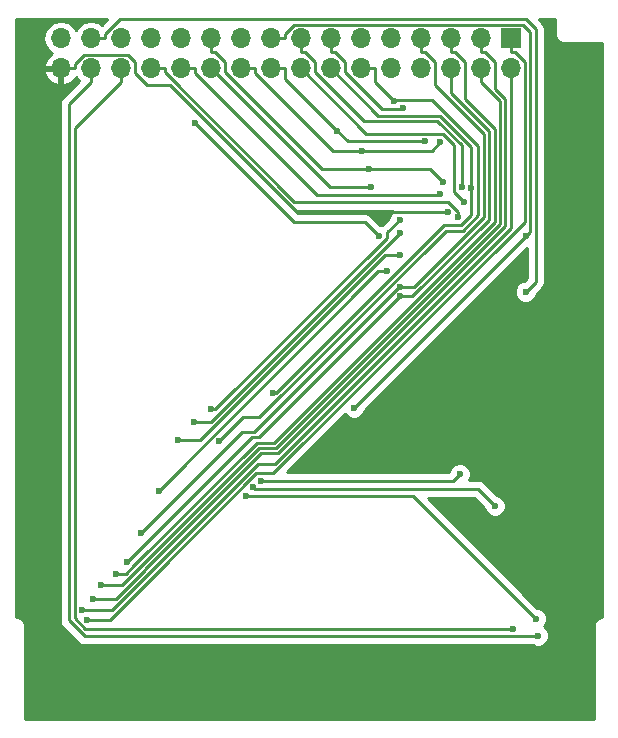
<source format=gbl>
%TF.GenerationSoftware,KiCad,Pcbnew,4.0.6*%
%TF.CreationDate,2017-11-25T15:44:53+09:00*%
%TF.ProjectId,gb_rom_board,67625F726F6D5F626F6172642E6B6963,rev?*%
%TF.FileFunction,Copper,L2,Bot,Signal*%
%FSLAX46Y46*%
G04 Gerber Fmt 4.6, Leading zero omitted, Abs format (unit mm)*
G04 Created by KiCad (PCBNEW 4.0.6) date 11/25/17 15:44:53*
%MOMM*%
%LPD*%
G01*
G04 APERTURE LIST*
%ADD10C,0.100000*%
%ADD11R,1.700000X1.700000*%
%ADD12O,1.700000X1.700000*%
%ADD13C,0.600000*%
%ADD14C,0.250000*%
%ADD15C,0.254000*%
G04 APERTURE END LIST*
D10*
D11*
X155586000Y-75018900D03*
D12*
X155586000Y-77558900D03*
X153046000Y-75018900D03*
X153046000Y-77558900D03*
X150506000Y-75018900D03*
X150506000Y-77558900D03*
X147966000Y-75018900D03*
X147966000Y-77558900D03*
X145426000Y-75018900D03*
X145426000Y-77558900D03*
X142886000Y-75018900D03*
X142886000Y-77558900D03*
X140346000Y-75018900D03*
X140346000Y-77558900D03*
X137806000Y-75018900D03*
X137806000Y-77558900D03*
X135266000Y-75018900D03*
X135266000Y-77558900D03*
X132726000Y-75018900D03*
X132726000Y-77558900D03*
X130186000Y-75018900D03*
X130186000Y-77558900D03*
X127646000Y-75018900D03*
X127646000Y-77558900D03*
X125106000Y-75018900D03*
X125106000Y-77558900D03*
X122566000Y-75018900D03*
X122566000Y-77558900D03*
X120026000Y-75018900D03*
X120026000Y-77558900D03*
X117486000Y-75018900D03*
X117486000Y-77558900D03*
D13*
X119716100Y-124227200D03*
X150240200Y-89749300D03*
X143551600Y-86095000D03*
X149822000Y-87214000D03*
X140831500Y-82818600D03*
X148353800Y-83743900D03*
X142963900Y-84521900D03*
X149604500Y-83809000D03*
X146415200Y-80918000D03*
X145724600Y-80332300D03*
X130882800Y-109143400D03*
X130205600Y-106438200D03*
X146178900Y-90383100D03*
X128769000Y-107476000D03*
X146195400Y-91492100D03*
X127402800Y-109047600D03*
X146178500Y-93343200D03*
X125769000Y-113350100D03*
X145113500Y-94751700D03*
X146200500Y-96070500D03*
X124269000Y-116892900D03*
X146211400Y-96870900D03*
X123071300Y-119362100D03*
X143719300Y-87634100D03*
X144378800Y-91738600D03*
X128821300Y-82183300D03*
X149590700Y-88191200D03*
X151251500Y-111910800D03*
X134422900Y-112484900D03*
X151092600Y-90156700D03*
X154240300Y-114602500D03*
X133767300Y-112966400D03*
X155769000Y-124994800D03*
X156827000Y-96478400D03*
X151578300Y-88853300D03*
X156838600Y-91779100D03*
X142301000Y-106316700D03*
X151412600Y-87628300D03*
X152213000Y-87719100D03*
X135467600Y-105031100D03*
X119300900Y-123405400D03*
X120168100Y-122458500D03*
X120839700Y-121276800D03*
X122139500Y-120344100D03*
X157885100Y-125576600D03*
X157695500Y-124143200D03*
X133142000Y-113743000D03*
D14*
X155586000Y-75018900D02*
X155586000Y-76194200D01*
X121638200Y-124227200D02*
X119716100Y-124227200D01*
X125497800Y-120367600D02*
X121638200Y-124227200D01*
X125497800Y-120351600D02*
X125497800Y-120367600D01*
X134019000Y-111830400D02*
X125497800Y-120351600D01*
X135472300Y-111830400D02*
X134019000Y-111830400D01*
X156761300Y-90541400D02*
X135472300Y-111830400D01*
X156761300Y-77002100D02*
X156761300Y-90541400D01*
X155953400Y-76194200D02*
X156761300Y-77002100D01*
X155586000Y-76194200D02*
X155953400Y-76194200D01*
X117486000Y-77558900D02*
X118661300Y-77558900D01*
X118661300Y-77191500D02*
X118661300Y-77558900D01*
X119469200Y-76383600D02*
X118661300Y-77191500D01*
X123144600Y-76383600D02*
X119469200Y-76383600D01*
X123741400Y-76980400D02*
X123144600Y-76383600D01*
X123741400Y-77915500D02*
X123741400Y-76980400D01*
X124765100Y-78939200D02*
X123741400Y-77915500D01*
X126691500Y-78939200D02*
X124765100Y-78939200D01*
X137501600Y-89749300D02*
X126691500Y-78939200D01*
X150240200Y-89749300D02*
X137501600Y-89749300D01*
X130186000Y-75018900D02*
X130186000Y-76194200D01*
X148703000Y-86095000D02*
X143551600Y-86095000D01*
X149822000Y-87214000D02*
X148703000Y-86095000D01*
X130553400Y-76194200D02*
X130186000Y-76194200D01*
X131361300Y-77002100D02*
X130553400Y-76194200D01*
X131361300Y-77873900D02*
X131361300Y-77002100D01*
X139582400Y-86095000D02*
X131361300Y-77873900D01*
X143551600Y-86095000D02*
X139582400Y-86095000D01*
X135266000Y-77558900D02*
X136441300Y-77558900D01*
X141756800Y-83743900D02*
X140831500Y-82818600D01*
X148353800Y-83743900D02*
X141756800Y-83743900D01*
X136441300Y-78428400D02*
X140831500Y-82818600D01*
X136441300Y-77558900D02*
X136441300Y-78428400D01*
X132726000Y-77558900D02*
X133901300Y-77558900D01*
X140485900Y-84521900D02*
X142963900Y-84521900D01*
X133901300Y-77937300D02*
X140485900Y-84521900D01*
X133901300Y-77558900D02*
X133901300Y-77937300D01*
X148891600Y-84521900D02*
X142963900Y-84521900D01*
X149604500Y-83809000D02*
X148891600Y-84521900D01*
X140346000Y-75018900D02*
X140346000Y-76194200D01*
X146354700Y-80978500D02*
X146415200Y-80918000D01*
X144635400Y-80978500D02*
X146354700Y-80978500D01*
X141521300Y-77864400D02*
X144635400Y-80978500D01*
X141521300Y-77002100D02*
X141521300Y-77864400D01*
X140713400Y-76194200D02*
X141521300Y-77002100D01*
X140346000Y-76194200D02*
X140713400Y-76194200D01*
X142886000Y-77558900D02*
X144061300Y-77558900D01*
X144061300Y-78669000D02*
X145724600Y-80332300D01*
X144061300Y-77558900D02*
X144061300Y-78669000D01*
X132926200Y-107100000D02*
X130882800Y-109143400D01*
X134286500Y-107100000D02*
X132926200Y-107100000D01*
X150095700Y-91290800D02*
X134286500Y-107100000D01*
X151538300Y-91290800D02*
X150095700Y-91290800D01*
X152838400Y-89990700D02*
X151538300Y-91290800D01*
X152838400Y-84163100D02*
X152838400Y-89990700D01*
X148920100Y-80244800D02*
X152838400Y-84163100D01*
X145812100Y-80244800D02*
X148920100Y-80244800D01*
X145724600Y-80332300D02*
X145812100Y-80244800D01*
X130563700Y-106438200D02*
X130205600Y-106438200D01*
X145119500Y-91882400D02*
X130563700Y-106438200D01*
X145119500Y-91442500D02*
X145119500Y-91882400D01*
X146178900Y-90383100D02*
X145119500Y-91442500D01*
X146168500Y-91492100D02*
X146195400Y-91492100D01*
X130184600Y-107476000D02*
X146168500Y-91492100D01*
X128769000Y-107476000D02*
X130184600Y-107476000D01*
X144954400Y-93343200D02*
X146178500Y-93343200D01*
X129250000Y-109047600D02*
X144954400Y-93343200D01*
X127402800Y-109047600D02*
X129250000Y-109047600D01*
X144367400Y-94751700D02*
X145113500Y-94751700D01*
X125769000Y-113350100D02*
X144367400Y-94751700D01*
X147966000Y-75018900D02*
X147966000Y-76194200D01*
X147395500Y-96070500D02*
X146200500Y-96070500D01*
X153288700Y-90177300D02*
X147395500Y-96070500D01*
X153288700Y-83073600D02*
X153288700Y-90177300D01*
X149141300Y-78926200D02*
X153288700Y-83073600D01*
X149141300Y-77002100D02*
X149141300Y-78926200D01*
X148333400Y-76194200D02*
X149141300Y-77002100D01*
X147966000Y-76194200D02*
X148333400Y-76194200D01*
X132823700Y-108338200D02*
X124269000Y-116892900D01*
X133822200Y-108338200D02*
X132823700Y-108338200D01*
X146089900Y-96070500D02*
X133822200Y-108338200D01*
X146200500Y-96070500D02*
X146089900Y-96070500D01*
X150506000Y-77558900D02*
X150506000Y-78734200D01*
X147232000Y-96870900D02*
X146211400Y-96870900D01*
X153739000Y-90363900D02*
X147232000Y-96870900D01*
X153739000Y-82887000D02*
X153739000Y-90363900D01*
X150506000Y-79654000D02*
X153739000Y-82887000D01*
X150506000Y-78734200D02*
X150506000Y-79654000D01*
X134293800Y-108788500D02*
X146211400Y-96870900D01*
X133644900Y-108788500D02*
X134293800Y-108788500D01*
X123071300Y-119362100D02*
X133644900Y-108788500D01*
X140261200Y-87634100D02*
X130186000Y-77558900D01*
X143719300Y-87634100D02*
X140261200Y-87634100D01*
X137207800Y-90569800D02*
X128821300Y-82183300D01*
X143210000Y-90569800D02*
X137207800Y-90569800D01*
X144378800Y-91738600D02*
X143210000Y-90569800D01*
X127646000Y-77558900D02*
X128821300Y-77558900D01*
X149522500Y-88259400D02*
X149590700Y-88191200D01*
X139136400Y-88259400D02*
X149522500Y-88259400D01*
X128821300Y-77944300D02*
X139136400Y-88259400D01*
X128821300Y-77558900D02*
X128821300Y-77944300D01*
X150677400Y-112484900D02*
X134422900Y-112484900D01*
X151251500Y-111910800D02*
X150677400Y-112484900D01*
X125106000Y-77558900D02*
X126281300Y-77558900D01*
X126281300Y-77892100D02*
X126281300Y-77558900D01*
X137237900Y-88848700D02*
X126281300Y-77892100D01*
X150224000Y-88848700D02*
X137237900Y-88848700D01*
X151092600Y-89717300D02*
X150224000Y-88848700D01*
X151092600Y-90156700D02*
X151092600Y-89717300D01*
X133953900Y-113153000D02*
X133767300Y-112966400D01*
X152790800Y-113153000D02*
X133953900Y-113153000D01*
X154240300Y-114602500D02*
X152790800Y-113153000D01*
X122566000Y-77558900D02*
X122566000Y-78734200D01*
X118675400Y-82624800D02*
X122566000Y-78734200D01*
X118675400Y-124120400D02*
X118675400Y-82624800D01*
X119549800Y-124994800D02*
X118675400Y-124120400D01*
X155769000Y-124994800D02*
X119549800Y-124994800D01*
X121201300Y-74651600D02*
X121201300Y-75018900D01*
X122466900Y-73386000D02*
X121201300Y-74651600D01*
X156845300Y-73386000D02*
X122466900Y-73386000D01*
X157699900Y-74240600D02*
X156845300Y-73386000D01*
X157699900Y-95605500D02*
X157699900Y-74240600D01*
X156827000Y-96478400D02*
X157699900Y-95605500D01*
X120026000Y-75018900D02*
X121201300Y-75018900D01*
X150787300Y-88062300D02*
X151578300Y-88853300D01*
X150787300Y-84072700D02*
X150787300Y-88062300D01*
X149811200Y-83096600D02*
X150787300Y-84072700D01*
X143343700Y-83096600D02*
X149811200Y-83096600D01*
X137806000Y-77558900D02*
X143343700Y-83096600D01*
X135266000Y-75018900D02*
X136441300Y-75018900D01*
X156838600Y-91779100D02*
X142301000Y-106316700D01*
X136441300Y-74651600D02*
X136441300Y-75018900D01*
X137249400Y-73843500D02*
X136441300Y-74651600D01*
X156597100Y-73843500D02*
X137249400Y-73843500D01*
X157243100Y-74489500D02*
X156597100Y-73843500D01*
X157243100Y-91374600D02*
X157243100Y-74489500D01*
X156838600Y-91779100D02*
X157243100Y-91374600D01*
X137806000Y-75018900D02*
X137806000Y-76194200D01*
X151412600Y-84048800D02*
X151412600Y-87628300D01*
X149362500Y-81998700D02*
X151412600Y-84048800D01*
X143120100Y-81998700D02*
X149362500Y-81998700D01*
X138981300Y-77859900D02*
X143120100Y-81998700D01*
X138981300Y-77002100D02*
X138981300Y-77859900D01*
X138173400Y-76194200D02*
X138981300Y-77002100D01*
X137806000Y-76194200D02*
X138173400Y-76194200D01*
X152213000Y-84193700D02*
X152213000Y-87719100D01*
X149567600Y-81548300D02*
X152213000Y-84193700D01*
X144335400Y-81548300D02*
X149567600Y-81548300D01*
X140346000Y-77558900D02*
X144335400Y-81548300D01*
X135718500Y-105031100D02*
X135467600Y-105031100D01*
X149909100Y-90840500D02*
X135718500Y-105031100D01*
X151351700Y-90840500D02*
X149909100Y-90840500D01*
X152213000Y-89979200D02*
X151351700Y-90840500D01*
X152213000Y-87719100D02*
X152213000Y-89979200D01*
X155586000Y-77558900D02*
X155586000Y-78734200D01*
X155586000Y-91072200D02*
X155586000Y-78734200D01*
X135618100Y-111040100D02*
X155586000Y-91072200D01*
X134172400Y-111040100D02*
X135618100Y-111040100D01*
X125047500Y-120165000D02*
X134172400Y-111040100D01*
X125047500Y-120181000D02*
X125047500Y-120165000D01*
X121823100Y-123405400D02*
X125047500Y-120181000D01*
X119300900Y-123405400D02*
X121823100Y-123405400D01*
X153046000Y-75018900D02*
X153046000Y-76194200D01*
X153413400Y-76194200D02*
X153046000Y-76194200D01*
X154221300Y-77002100D02*
X153413400Y-76194200D01*
X154221300Y-79272600D02*
X154221300Y-77002100D01*
X155119900Y-80171200D02*
X154221300Y-79272600D01*
X155119900Y-90901400D02*
X155119900Y-80171200D01*
X135881800Y-110139500D02*
X155119900Y-90901400D01*
X134436100Y-110139500D02*
X135881800Y-110139500D01*
X124597200Y-119978400D02*
X134436100Y-110139500D01*
X124597200Y-119994400D02*
X124597200Y-119978400D01*
X122133100Y-122458500D02*
X124597200Y-119994400D01*
X120168100Y-122458500D02*
X122133100Y-122458500D01*
X153046000Y-77558900D02*
X153046000Y-78734200D01*
X154669500Y-80357700D02*
X153046000Y-78734200D01*
X154669500Y-90707200D02*
X154669500Y-80357700D01*
X135687500Y-109689200D02*
X154669500Y-90707200D01*
X134249300Y-109689200D02*
X135687500Y-109689200D01*
X124146900Y-119791600D02*
X134249300Y-109689200D01*
X124146900Y-119807800D02*
X124146900Y-119791600D01*
X122677900Y-121276800D02*
X124146900Y-119807800D01*
X120839700Y-121276800D02*
X122677900Y-121276800D01*
X150506000Y-75018900D02*
X150506000Y-76194200D01*
X150873400Y-76194200D02*
X150506000Y-76194200D01*
X151681300Y-77002100D02*
X150873400Y-76194200D01*
X151681300Y-80192400D02*
X151681300Y-77002100D01*
X154200600Y-82711700D02*
X151681300Y-80192400D01*
X154200600Y-90539200D02*
X154200600Y-82711700D01*
X135500900Y-109238900D02*
X154200600Y-90539200D01*
X134062700Y-109238900D02*
X135500900Y-109238900D01*
X123696600Y-119605000D02*
X134062700Y-109238900D01*
X123696600Y-119621200D02*
X123696600Y-119605000D01*
X122973700Y-120344100D02*
X123696600Y-119621200D01*
X122139500Y-120344100D02*
X122973700Y-120344100D01*
X118146500Y-80613700D02*
X120026000Y-78734200D01*
X118146500Y-124288600D02*
X118146500Y-80613700D01*
X119511400Y-125653500D02*
X118146500Y-124288600D01*
X157808200Y-125653500D02*
X119511400Y-125653500D01*
X157885100Y-125576600D02*
X157808200Y-125653500D01*
X120026000Y-77558900D02*
X120026000Y-78734200D01*
X147295300Y-113743000D02*
X133142000Y-113743000D01*
X157695500Y-124143200D02*
X147295300Y-113743000D01*
D15*
G36*
X120933558Y-73844540D02*
X120594285Y-73617846D01*
X120026000Y-73504807D01*
X119457715Y-73617846D01*
X118975946Y-73939753D01*
X118756000Y-74268926D01*
X118536054Y-73939753D01*
X118054285Y-73617846D01*
X117486000Y-73504807D01*
X116917715Y-73617846D01*
X116435946Y-73939753D01*
X116114039Y-74421522D01*
X116001000Y-74989807D01*
X116001000Y-75047993D01*
X116114039Y-75616278D01*
X116435946Y-76098047D01*
X116719101Y-76287245D01*
X116719076Y-76287255D01*
X116290817Y-76677542D01*
X116044514Y-77202008D01*
X116165181Y-77431900D01*
X117359000Y-77431900D01*
X117359000Y-77411900D01*
X117613000Y-77411900D01*
X117613000Y-77431900D01*
X117633000Y-77431900D01*
X117633000Y-77685900D01*
X117613000Y-77685900D01*
X117613000Y-78879055D01*
X117842890Y-79000376D01*
X118252924Y-78830545D01*
X118681183Y-78440258D01*
X118748298Y-78297347D01*
X118975946Y-78638047D01*
X119018750Y-78666648D01*
X117609099Y-80076299D01*
X117444352Y-80322861D01*
X117386500Y-80613700D01*
X117386500Y-124288600D01*
X117444352Y-124579439D01*
X117609099Y-124826001D01*
X118973999Y-126190901D01*
X119220561Y-126355648D01*
X119511400Y-126413500D01*
X157462441Y-126413500D01*
X157698301Y-126511438D01*
X158070267Y-126511762D01*
X158414043Y-126369717D01*
X158677292Y-126106927D01*
X158819938Y-125763399D01*
X158820262Y-125391433D01*
X158678217Y-125047657D01*
X158415427Y-124784408D01*
X158388018Y-124773027D01*
X158487692Y-124673527D01*
X158630338Y-124329999D01*
X158630662Y-123958033D01*
X158488617Y-123614257D01*
X158225827Y-123351008D01*
X157882299Y-123208362D01*
X157835423Y-123208321D01*
X148540102Y-113913000D01*
X152475998Y-113913000D01*
X153305178Y-114742180D01*
X153305138Y-114787667D01*
X153447183Y-115131443D01*
X153709973Y-115394692D01*
X154053501Y-115537338D01*
X154425467Y-115537662D01*
X154769243Y-115395617D01*
X155032492Y-115132827D01*
X155175138Y-114789299D01*
X155175462Y-114417333D01*
X155033417Y-114073557D01*
X154770627Y-113810308D01*
X154427099Y-113667662D01*
X154380223Y-113667621D01*
X153328201Y-112615599D01*
X153081639Y-112450852D01*
X152790800Y-112393000D01*
X152063676Y-112393000D01*
X152186338Y-112097599D01*
X152186662Y-111725633D01*
X152044617Y-111381857D01*
X151781827Y-111118608D01*
X151438299Y-110975962D01*
X151066333Y-110975638D01*
X150722557Y-111117683D01*
X150459308Y-111380473D01*
X150316662Y-111724001D01*
X150316661Y-111724900D01*
X136652602Y-111724900D01*
X141519861Y-106857641D01*
X141770673Y-107108892D01*
X142114201Y-107251538D01*
X142486167Y-107251862D01*
X142829943Y-107109817D01*
X143093192Y-106847027D01*
X143235838Y-106503499D01*
X143235879Y-106456623D01*
X156939900Y-92752602D01*
X156939900Y-95290698D01*
X156687320Y-95543278D01*
X156641833Y-95543238D01*
X156298057Y-95685283D01*
X156034808Y-95948073D01*
X155892162Y-96291601D01*
X155891838Y-96663567D01*
X156033883Y-97007343D01*
X156296673Y-97270592D01*
X156640201Y-97413238D01*
X157012167Y-97413562D01*
X157355943Y-97271517D01*
X157619192Y-97008727D01*
X157761838Y-96665199D01*
X157761879Y-96618323D01*
X158237301Y-96142901D01*
X158402048Y-95896339D01*
X158459900Y-95605500D01*
X158459900Y-74240600D01*
X158402048Y-73949761D01*
X158237301Y-73703199D01*
X157941502Y-73407400D01*
X159333900Y-73407400D01*
X159333900Y-74722400D01*
X159386043Y-74984538D01*
X159534532Y-75206768D01*
X159756762Y-75355257D01*
X160018900Y-75407400D01*
X163333900Y-75407400D01*
X163333900Y-124037400D01*
X163268900Y-124037400D01*
X163006762Y-124089543D01*
X162784532Y-124238032D01*
X162636043Y-124460262D01*
X162583900Y-124722400D01*
X162583900Y-132637400D01*
X114453900Y-132637400D01*
X114453900Y-124722400D01*
X114401757Y-124460262D01*
X114253268Y-124238032D01*
X114031038Y-124089543D01*
X113768900Y-124037400D01*
X113703900Y-124037400D01*
X113703900Y-77915792D01*
X116044514Y-77915792D01*
X116290817Y-78440258D01*
X116719076Y-78830545D01*
X117129110Y-79000376D01*
X117359000Y-78879055D01*
X117359000Y-77685900D01*
X116165181Y-77685900D01*
X116044514Y-77915792D01*
X113703900Y-77915792D01*
X113703900Y-73407400D01*
X121370698Y-73407400D01*
X120933558Y-73844540D01*
X120933558Y-73844540D01*
G37*
X120933558Y-73844540D02*
X120594285Y-73617846D01*
X120026000Y-73504807D01*
X119457715Y-73617846D01*
X118975946Y-73939753D01*
X118756000Y-74268926D01*
X118536054Y-73939753D01*
X118054285Y-73617846D01*
X117486000Y-73504807D01*
X116917715Y-73617846D01*
X116435946Y-73939753D01*
X116114039Y-74421522D01*
X116001000Y-74989807D01*
X116001000Y-75047993D01*
X116114039Y-75616278D01*
X116435946Y-76098047D01*
X116719101Y-76287245D01*
X116719076Y-76287255D01*
X116290817Y-76677542D01*
X116044514Y-77202008D01*
X116165181Y-77431900D01*
X117359000Y-77431900D01*
X117359000Y-77411900D01*
X117613000Y-77411900D01*
X117613000Y-77431900D01*
X117633000Y-77431900D01*
X117633000Y-77685900D01*
X117613000Y-77685900D01*
X117613000Y-78879055D01*
X117842890Y-79000376D01*
X118252924Y-78830545D01*
X118681183Y-78440258D01*
X118748298Y-78297347D01*
X118975946Y-78638047D01*
X119018750Y-78666648D01*
X117609099Y-80076299D01*
X117444352Y-80322861D01*
X117386500Y-80613700D01*
X117386500Y-124288600D01*
X117444352Y-124579439D01*
X117609099Y-124826001D01*
X118973999Y-126190901D01*
X119220561Y-126355648D01*
X119511400Y-126413500D01*
X157462441Y-126413500D01*
X157698301Y-126511438D01*
X158070267Y-126511762D01*
X158414043Y-126369717D01*
X158677292Y-126106927D01*
X158819938Y-125763399D01*
X158820262Y-125391433D01*
X158678217Y-125047657D01*
X158415427Y-124784408D01*
X158388018Y-124773027D01*
X158487692Y-124673527D01*
X158630338Y-124329999D01*
X158630662Y-123958033D01*
X158488617Y-123614257D01*
X158225827Y-123351008D01*
X157882299Y-123208362D01*
X157835423Y-123208321D01*
X148540102Y-113913000D01*
X152475998Y-113913000D01*
X153305178Y-114742180D01*
X153305138Y-114787667D01*
X153447183Y-115131443D01*
X153709973Y-115394692D01*
X154053501Y-115537338D01*
X154425467Y-115537662D01*
X154769243Y-115395617D01*
X155032492Y-115132827D01*
X155175138Y-114789299D01*
X155175462Y-114417333D01*
X155033417Y-114073557D01*
X154770627Y-113810308D01*
X154427099Y-113667662D01*
X154380223Y-113667621D01*
X153328201Y-112615599D01*
X153081639Y-112450852D01*
X152790800Y-112393000D01*
X152063676Y-112393000D01*
X152186338Y-112097599D01*
X152186662Y-111725633D01*
X152044617Y-111381857D01*
X151781827Y-111118608D01*
X151438299Y-110975962D01*
X151066333Y-110975638D01*
X150722557Y-111117683D01*
X150459308Y-111380473D01*
X150316662Y-111724001D01*
X150316661Y-111724900D01*
X136652602Y-111724900D01*
X141519861Y-106857641D01*
X141770673Y-107108892D01*
X142114201Y-107251538D01*
X142486167Y-107251862D01*
X142829943Y-107109817D01*
X143093192Y-106847027D01*
X143235838Y-106503499D01*
X143235879Y-106456623D01*
X156939900Y-92752602D01*
X156939900Y-95290698D01*
X156687320Y-95543278D01*
X156641833Y-95543238D01*
X156298057Y-95685283D01*
X156034808Y-95948073D01*
X155892162Y-96291601D01*
X155891838Y-96663567D01*
X156033883Y-97007343D01*
X156296673Y-97270592D01*
X156640201Y-97413238D01*
X157012167Y-97413562D01*
X157355943Y-97271517D01*
X157619192Y-97008727D01*
X157761838Y-96665199D01*
X157761879Y-96618323D01*
X158237301Y-96142901D01*
X158402048Y-95896339D01*
X158459900Y-95605500D01*
X158459900Y-74240600D01*
X158402048Y-73949761D01*
X158237301Y-73703199D01*
X157941502Y-73407400D01*
X159333900Y-73407400D01*
X159333900Y-74722400D01*
X159386043Y-74984538D01*
X159534532Y-75206768D01*
X159756762Y-75355257D01*
X160018900Y-75407400D01*
X163333900Y-75407400D01*
X163333900Y-124037400D01*
X163268900Y-124037400D01*
X163006762Y-124089543D01*
X162784532Y-124238032D01*
X162636043Y-124460262D01*
X162583900Y-124722400D01*
X162583900Y-132637400D01*
X114453900Y-132637400D01*
X114453900Y-124722400D01*
X114401757Y-124460262D01*
X114253268Y-124238032D01*
X114031038Y-124089543D01*
X113768900Y-124037400D01*
X113703900Y-124037400D01*
X113703900Y-77915792D01*
X116044514Y-77915792D01*
X116290817Y-78440258D01*
X116719076Y-78830545D01*
X117129110Y-79000376D01*
X117359000Y-78879055D01*
X117359000Y-77685900D01*
X116165181Y-77685900D01*
X116044514Y-77915792D01*
X113703900Y-77915792D01*
X113703900Y-73407400D01*
X121370698Y-73407400D01*
X120933558Y-73844540D01*
G36*
X145386708Y-89852773D02*
X145244062Y-90196301D01*
X145244021Y-90243177D01*
X144648862Y-90838336D01*
X144565599Y-90803762D01*
X144518723Y-90803721D01*
X143747401Y-90032399D01*
X143500839Y-89867652D01*
X143210000Y-89809800D01*
X137522602Y-89809800D01*
X137321502Y-89608700D01*
X145631207Y-89608700D01*
X145386708Y-89852773D01*
X145386708Y-89852773D01*
G37*
X145386708Y-89852773D02*
X145244062Y-90196301D01*
X145244021Y-90243177D01*
X144648862Y-90838336D01*
X144565599Y-90803762D01*
X144518723Y-90803721D01*
X143747401Y-90032399D01*
X143500839Y-89867652D01*
X143210000Y-89809800D01*
X137522602Y-89809800D01*
X137321502Y-89608700D01*
X145631207Y-89608700D01*
X145386708Y-89852773D01*
M02*

</source>
